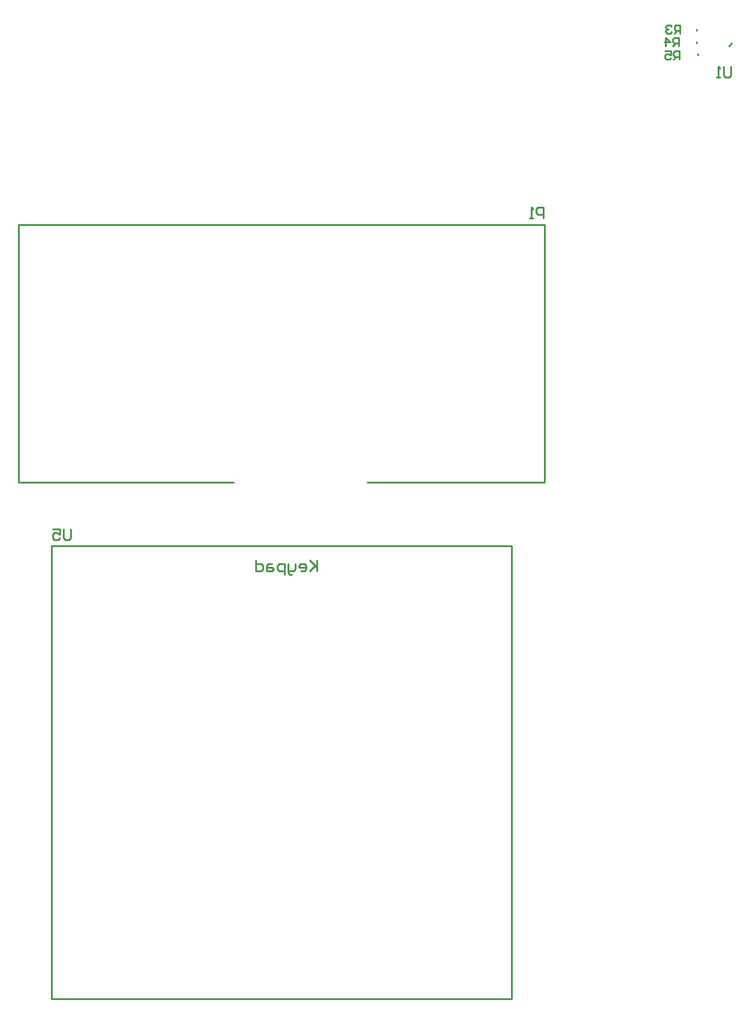
<source format=gbo>
%FSLAX44Y44*%
%MOMM*%
G71*
G01*
G75*
G04 Layer_Color=32896*
%ADD10R,1.0000X1.0000*%
%ADD11R,1.0000X1.0000*%
%ADD12R,0.5500X1.5000*%
%ADD13R,1.5000X0.5500*%
%ADD14R,2.0000X5.5000*%
%ADD15R,0.7600X1.7800*%
%ADD16R,0.7200X1.7800*%
%ADD17R,4.3000X2.6000*%
%ADD18R,5.7000X5.5000*%
%ADD19C,0.9000*%
%ADD20C,2.0000*%
%ADD21C,1.4000*%
%ADD22C,0.5000*%
%ADD23C,0.3000*%
%ADD24C,0.5400*%
%ADD25C,1.0000*%
%ADD26C,0.4000*%
%ADD27C,0.2540*%
%ADD28R,1.8500X1.8500*%
%ADD29C,1.8500*%
%ADD30C,1.8000*%
%ADD31C,0.9000*%
%ADD32C,1.3000*%
%ADD33C,1.7000*%
%ADD34C,3.0000*%
%ADD35C,1.2700*%
%ADD36C,1.0000*%
%ADD37R,1.0000X1.4000*%
%ADD38C,0.2500*%
%ADD39C,0.2000*%
%ADD40R,1.2032X1.2032*%
%ADD41R,1.2032X1.2032*%
%ADD42R,0.7532X1.7032*%
%ADD43R,1.7032X0.7532*%
%ADD44R,2.2032X5.7032*%
%ADD45R,0.9632X1.9832*%
%ADD46R,0.9232X1.9832*%
%ADD47R,4.5032X2.8032*%
%ADD48R,5.9032X5.7032*%
%ADD49R,2.0532X2.0532*%
%ADD50C,2.0532*%
%ADD51C,2.0032*%
%ADD52C,1.1032*%
%ADD53C,1.5032*%
%ADD54C,1.9032*%
%ADD55C,3.2032*%
%ADD56C,1.4732*%
%ADD57C,1.2032*%
%ADD58R,1.2032X1.6032*%
D27*
X1237000Y1388000D02*
Y1390000D01*
Y1370000D02*
Y1372000D01*
X1238000Y1353000D02*
Y1355000D01*
X1282000Y1366000D02*
X1286000Y1370000D01*
X278500Y750000D02*
X582500D01*
X278500D02*
Y1114000D01*
X1021500D01*
Y750000D02*
Y1114000D01*
X771200Y750000D02*
X1021500D01*
X325000Y20000D02*
X975000D01*
X325000D02*
Y660000D01*
X975000D01*
Y20000D02*
Y660000D01*
X1020318Y1122934D02*
Y1138169D01*
X1012701D01*
X1010161Y1135630D01*
Y1130552D01*
X1012701Y1128012D01*
X1020318D01*
X1005083Y1122934D02*
X1000005D01*
X1002544D01*
Y1138169D01*
X1005083Y1135630D01*
X351536Y684017D02*
Y671321D01*
X348997Y668782D01*
X343919D01*
X341379Y671321D01*
Y684017D01*
X326144D02*
X336301D01*
Y676400D01*
X331223Y678939D01*
X328684D01*
X326144Y676400D01*
Y671321D01*
X328684Y668782D01*
X333762D01*
X336301Y671321D01*
X1285000Y1337235D02*
Y1324539D01*
X1282461Y1322000D01*
X1277383D01*
X1274843Y1324539D01*
Y1337235D01*
X1269765Y1322000D02*
X1264687D01*
X1267226D01*
Y1337235D01*
X1269765Y1334696D01*
X1212000Y1347000D02*
Y1358996D01*
X1206002D01*
X1204003Y1356997D01*
Y1352998D01*
X1206002Y1350999D01*
X1212000D01*
X1208001D02*
X1204003Y1347000D01*
X1192007Y1358996D02*
X1200004D01*
Y1352998D01*
X1196005Y1354997D01*
X1194006D01*
X1192007Y1352998D01*
Y1348999D01*
X1194006Y1347000D01*
X1198005D01*
X1200004Y1348999D01*
X1211000Y1366000D02*
Y1377996D01*
X1205002D01*
X1203003Y1375997D01*
Y1371998D01*
X1205002Y1369999D01*
X1211000D01*
X1207001D02*
X1203003Y1366000D01*
X1193006D02*
Y1377996D01*
X1199004Y1371998D01*
X1191006D01*
X1213000Y1384000D02*
Y1395996D01*
X1207002D01*
X1205003Y1393997D01*
Y1389998D01*
X1207002Y1387999D01*
X1213000D01*
X1209001D02*
X1205003Y1384000D01*
X1201004Y1393997D02*
X1199005Y1395996D01*
X1195006D01*
X1193007Y1393997D01*
Y1391997D01*
X1195006Y1389998D01*
X1197005D01*
X1195006D01*
X1193007Y1387999D01*
Y1385999D01*
X1195006Y1384000D01*
X1199005D01*
X1201004Y1385999D01*
X700000Y639235D02*
Y624000D01*
Y629078D01*
X689843Y639235D01*
X697461Y631618D01*
X689843Y624000D01*
X677147D02*
X682226D01*
X684765Y626539D01*
Y631618D01*
X682226Y634157D01*
X677147D01*
X674608Y631618D01*
Y629078D01*
X684765D01*
X669530Y634157D02*
Y626539D01*
X666991Y624000D01*
X659373D01*
Y621461D01*
X661912Y618922D01*
X664452D01*
X659373Y624000D02*
Y634157D01*
X654295Y618922D02*
Y634157D01*
X646677D01*
X644138Y631618D01*
Y626539D01*
X646677Y624000D01*
X654295D01*
X636521Y634157D02*
X631442D01*
X628903Y631618D01*
Y624000D01*
X636521D01*
X639060Y626539D01*
X636521Y629078D01*
X628903D01*
X613668Y639235D02*
Y624000D01*
X621285D01*
X623825Y626539D01*
Y631618D01*
X621285Y634157D01*
X613668D01*
M02*

</source>
